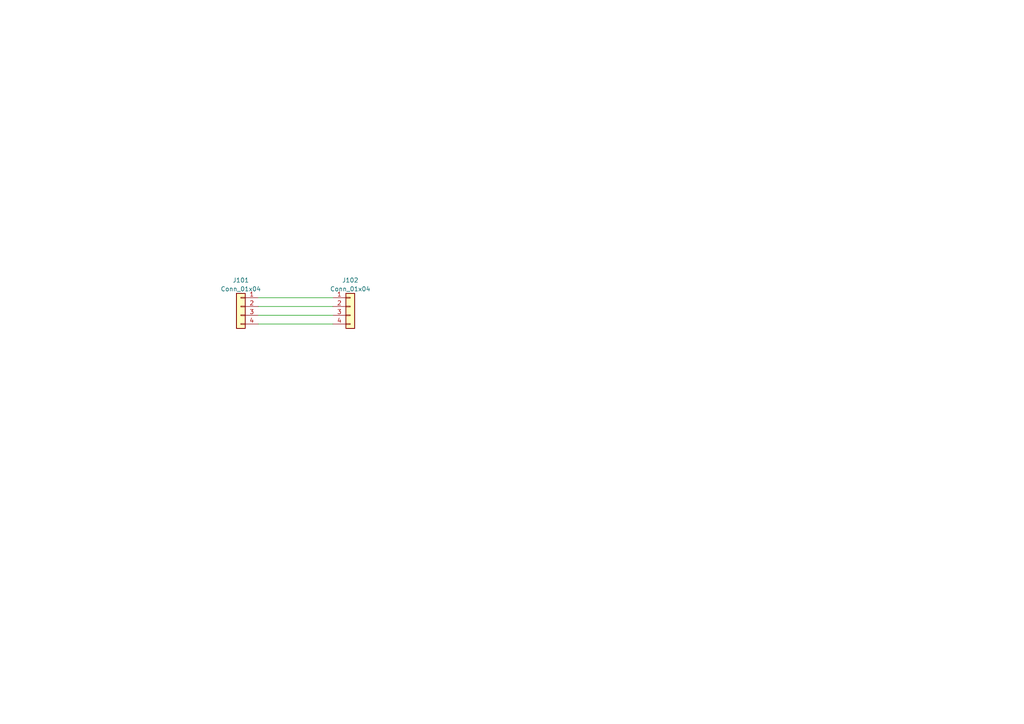
<source format=kicad_sch>
(kicad_sch (version 20230121) (generator eeschema)
  (paper "A4")
  (lib_symbols
    (symbol "Connector_Generic:Conn_01x04" (pin_names (offset 1.016) hide)
      (property "Reference" "J" (at 0 5.08 0))
      (property "Value" "Conn_01x04" (at 0 -7.62 0))
      (symbol "Conn_01x04_1_1"
        (rectangle (start -1.27 -4.953) (end 0 -5.207) (stroke (width 0.1524)))
        (rectangle (start -1.27 -2.413) (end 0 -2.667) (stroke (width 0.1524)))
        (rectangle (start -1.27 0.127) (end 0 -0.127) (stroke (width 0.1524)))
        (rectangle (start -1.27 2.667) (end 0 2.413) (stroke (width 0.1524)))
        (rectangle (start -1.27 3.81) (end 1.27 -6.35) (stroke (width 0.254)) (fill (type background)))
        (pin passive line (at -5.08 2.54 0) (length 3.81) (name "Pin_1") (number "1"))
        (pin passive line (at -5.08 0 0) (length 3.81) (name "Pin_2") (number "2"))
        (pin passive line (at -5.08 -2.54 0) (length 3.81) (name "Pin_3") (number "3"))
        (pin passive line (at -5.08 -5.08 0) (length 3.81) (name "Pin_4") (number "4"))
      )
    )
  )
  (wire (pts (xy 74.93 86.36) (xy 96.52 86.36)))
  (wire (pts (xy 74.93 88.9) (xy 96.52 88.9)))
  (wire (pts (xy 74.93 91.44) (xy 96.52 91.44)))
  (wire (pts (xy 74.93 93.98) (xy 96.52 93.98)))
  (symbol (lib_id "Connector_Generic:Conn_01x04") (at 101.6 88.9 0) (unit 1)
    (property "Reference" "J102" (at 101.6 81.28 0))
    (property "Value" "Conn_01x04" (at 101.6 83.82 0))
    (property "Footprint" "Connector_PinHeader_2.54mm:PinHeader_1x04_P2.54mm_Vertical" (effects hide))
  )
  (symbol (lib_id "Connector_Generic:Conn_01x04") (at 69.85 88.9 0) (mirror y) (unit 1)
    (property "Reference" "J101" (at 69.85 81.28 0))
    (property "Value" "Conn_01x04" (at 69.85 83.82 0))
    (property "Footprint" "Connector_PinHeader_2.54mm:PinHeader_1x04_P2.54mm_Vertical" (effects hide))
  )
)
</source>
